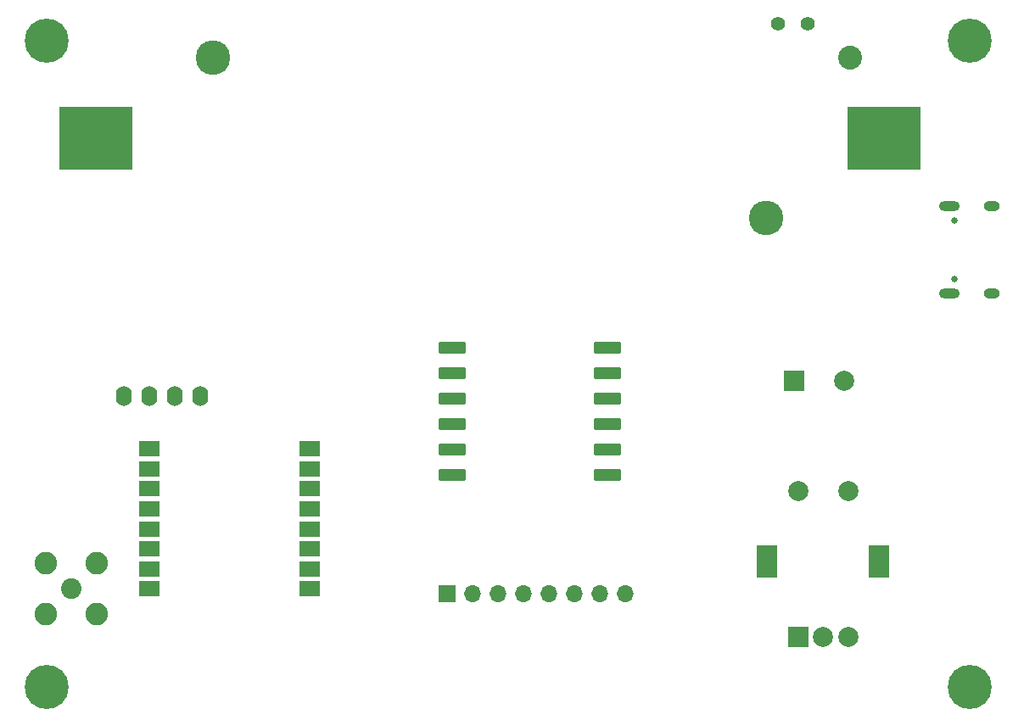
<source format=gbr>
%TF.GenerationSoftware,KiCad,Pcbnew,8.0.4+dfsg-1*%
%TF.CreationDate,2025-03-09T22:36:11+01:00*%
%TF.ProjectId,time_terminal,74696d65-5f74-4657-926d-696e616c2e6b,rev?*%
%TF.SameCoordinates,Original*%
%TF.FileFunction,Soldermask,Bot*%
%TF.FilePolarity,Negative*%
%FSLAX46Y46*%
G04 Gerber Fmt 4.6, Leading zero omitted, Abs format (unit mm)*
G04 Created by KiCad (PCBNEW 8.0.4+dfsg-1) date 2025-03-09 22:36:11*
%MOMM*%
%LPD*%
G01*
G04 APERTURE LIST*
G04 Aperture macros list*
%AMRoundRect*
0 Rectangle with rounded corners*
0 $1 Rounding radius*
0 $2 $3 $4 $5 $6 $7 $8 $9 X,Y pos of 4 corners*
0 Add a 4 corners polygon primitive as box body*
4,1,4,$2,$3,$4,$5,$6,$7,$8,$9,$2,$3,0*
0 Add four circle primitives for the rounded corners*
1,1,$1+$1,$2,$3*
1,1,$1+$1,$4,$5*
1,1,$1+$1,$6,$7*
1,1,$1+$1,$8,$9*
0 Add four rect primitives between the rounded corners*
20,1,$1+$1,$2,$3,$4,$5,0*
20,1,$1+$1,$4,$5,$6,$7,0*
20,1,$1+$1,$6,$7,$8,$9,0*
20,1,$1+$1,$8,$9,$2,$3,0*%
G04 Aperture macros list end*
%ADD10O,1.700000X1.700000*%
%ADD11R,1.700000X1.700000*%
%ADD12C,1.397000*%
%ADD13C,0.700000*%
%ADD14C,4.400000*%
%ADD15R,2.000000X1.500000*%
%ADD16RoundRect,0.100000X1.250000X0.500000X-1.250000X0.500000X-1.250000X-0.500000X1.250000X-0.500000X0*%
%ADD17C,2.000000*%
%ADD18R,2.000000X3.200000*%
%ADD19R,2.000000X2.000000*%
%ADD20C,0.650000*%
%ADD21O,2.100000X1.000000*%
%ADD22O,1.600000X1.000000*%
%ADD23C,2.050000*%
%ADD24C,2.250000*%
%ADD25O,1.600000X2.000000*%
%ADD26C,2.390000*%
%ADD27C,3.450000*%
%ADD28R,7.340000X6.350000*%
G04 APERTURE END LIST*
D10*
%TO.C,J1*%
X121030000Y-113000000D03*
X118490000Y-113000000D03*
X115950000Y-113000000D03*
X113410000Y-113000000D03*
X110870000Y-113000000D03*
X108330000Y-113000000D03*
X105790000Y-113000000D03*
D11*
X103250000Y-113000000D03*
%TD*%
D12*
%TO.C,SW6*%
X139250000Y-56100000D03*
X136252800Y-56100000D03*
%TD*%
D13*
%TO.C,H4*%
X153698350Y-122250000D03*
X154181624Y-121083274D03*
X154181624Y-123416726D03*
X155348350Y-120600000D03*
D14*
X155348350Y-122250000D03*
D13*
X155348350Y-123900000D03*
X156515076Y-121083274D03*
X156515076Y-123416726D03*
X156998350Y-122250000D03*
%TD*%
%TO.C,H3*%
X61600001Y-122249999D03*
X62083275Y-121083273D03*
X62083275Y-123416725D03*
X63250001Y-120599999D03*
D14*
X63250001Y-122249999D03*
D13*
X63250001Y-123899999D03*
X64416727Y-121083273D03*
X64416727Y-123416725D03*
X64900001Y-122249999D03*
%TD*%
%TO.C,H2*%
X156998350Y-57750000D03*
X156515076Y-58916726D03*
X156515076Y-56583274D03*
X155348350Y-59400000D03*
D14*
X155348350Y-57750000D03*
D13*
X155348350Y-56100000D03*
X154181624Y-58916726D03*
X154181624Y-56583274D03*
X153698350Y-57750000D03*
%TD*%
%TO.C,H1*%
X61600000Y-57750000D03*
X62083274Y-56583274D03*
X62083274Y-58916726D03*
X63250000Y-56100000D03*
D14*
X63250000Y-57750000D03*
D13*
X63250000Y-59400000D03*
X64416726Y-56583274D03*
X64416726Y-58916726D03*
X64900000Y-57750000D03*
%TD*%
D15*
%TO.C,U3*%
X73500000Y-112500000D03*
X73500000Y-110500000D03*
X73500000Y-108500000D03*
X73500000Y-106500000D03*
X73500000Y-104500000D03*
X73500000Y-102500000D03*
X73500000Y-100500000D03*
X73500000Y-98500000D03*
X89500000Y-98500000D03*
X89500000Y-100500000D03*
X89500000Y-102500000D03*
X89500000Y-104500000D03*
X89500000Y-106500000D03*
X89500000Y-108500000D03*
X89500000Y-110500000D03*
X89500000Y-112500000D03*
%TD*%
D16*
%TO.C,U1*%
X103750000Y-101080000D03*
X103750000Y-98540000D03*
X103750000Y-96000000D03*
X103750000Y-93460000D03*
X103750000Y-90920000D03*
X103750000Y-88380000D03*
X119250000Y-88380000D03*
X119250000Y-90920000D03*
X119250000Y-93460000D03*
X119250000Y-96000000D03*
X119250000Y-98540000D03*
X119250000Y-101080000D03*
%TD*%
D17*
%TO.C,SW1*%
X138250000Y-102750000D03*
X143250000Y-102750000D03*
D18*
X146350000Y-109750000D03*
X135150000Y-109750000D03*
D17*
X140750000Y-117250000D03*
X143250000Y-117250000D03*
D19*
X138250000Y-117250000D03*
%TD*%
D20*
%TO.C,J5*%
X153895000Y-81525000D03*
X153895000Y-75745000D03*
D21*
X153395000Y-82955000D03*
D22*
X157575000Y-82955000D03*
D21*
X153395000Y-74315000D03*
D22*
X157575000Y-74315000D03*
%TD*%
D23*
%TO.C,J3*%
X65750000Y-112500000D03*
D24*
X68290000Y-109960000D03*
X68290000Y-115040000D03*
X63210000Y-109960000D03*
X63210000Y-115040000D03*
%TD*%
D25*
%TO.C,J2*%
X78580000Y-93250000D03*
X76040000Y-93250000D03*
X70960000Y-93250000D03*
X73500000Y-93250000D03*
%TD*%
D19*
%TO.C,BZ1*%
X137879216Y-91750000D03*
D17*
X142879216Y-91750000D03*
%TD*%
D26*
%TO.C,J4*%
X143430000Y-59500000D03*
D27*
X135100000Y-75500000D03*
X79900000Y-59500000D03*
D28*
X146830000Y-67500000D03*
X68170000Y-67500000D03*
%TD*%
M02*

</source>
